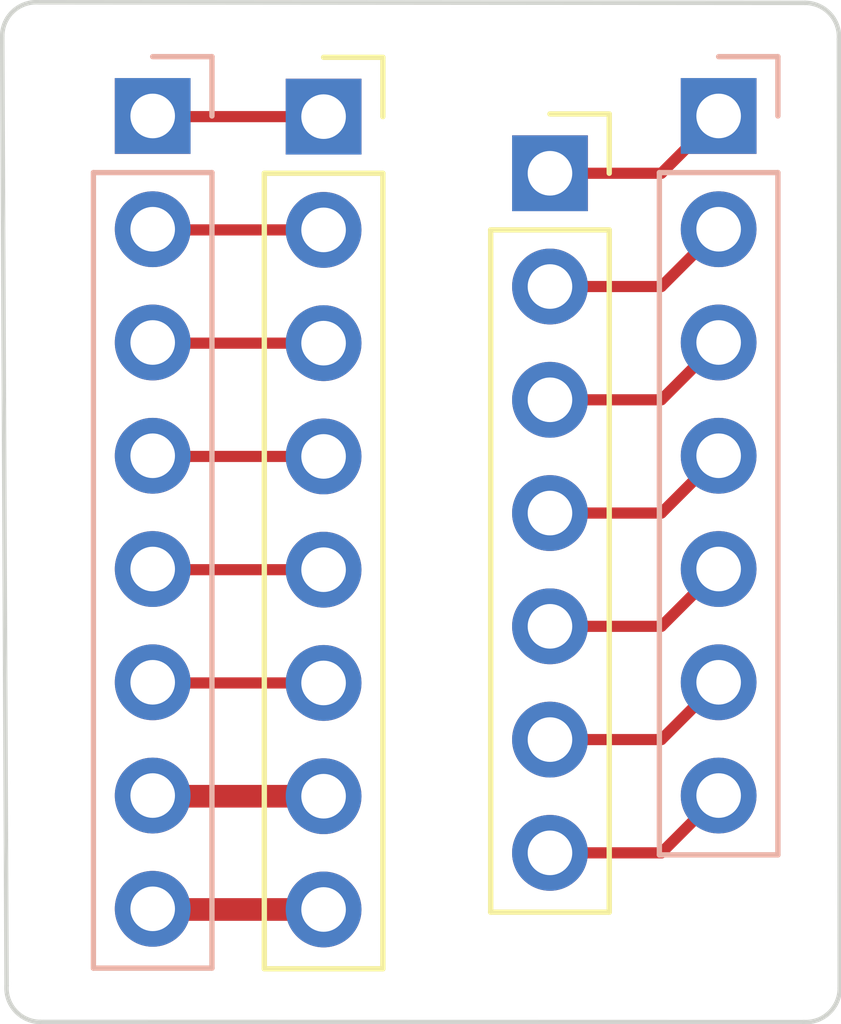
<source format=kicad_pcb>
(kicad_pcb (version 20221018) (generator pcbnew)
  (layers (0 "F.Cu" signal) (31 "B.Cu" signal) (34 "B.Paste" user) (35 "F.Paste" user) (36 "B.SilkS" user "B.Silkscreen") (37 "F.SilkS" user "F.Silkscreen") (38 "B.Mask" user) (39 "F.Mask" user) (44 "Edge.Cuts" user))
  (net 0 "")
  (net 1 "Net-(J1-Pin_1)")
  (net 2 "Net-(J1-Pin_2)")
  (net 3 "Net-(J1-Pin_3)")
  (net 4 "Net-(J1-Pin_4)")
  (net 5 "Net-(J1-Pin_5)")
  (net 6 "Net-(J1-Pin_6)")
  (net 7 "Net-(J1-Pin_7)")
  (net 8 "Net-(J1-Pin_8)")
  (net 9 "Net-(J2-Pin_1)")
  (net 10 "Net-(J2-Pin_2)")
  (net 11 "Net-(J2-Pin_3)")
  (net 12 "Net-(J2-Pin_4)")
  (net 13 "Net-(J2-Pin_5)")
  (net 14 "Net-(J2-Pin_6)")
  (net 15 "Net-(J2-Pin_7)")
  (footprint "Connector_PinSocket_2.54mm:PinSocket_1x08_P2.54mm_Vertical" (layer "F.Cu") (at 134.01 33.67)
    (fp_text reference "J1" hide)
    (fp_text value "Conn_01x08" hide)
    (fp_line (start -1.33 1.27) (end -1.33 19.11) (stroke (width 0.12)) (layer "F.SilkS"))
    (fp_line (start -1.33 1.27) (end 1.33 1.27) (stroke (width 0.12)) (layer "F.SilkS"))
    (fp_line (start -1.33 19.11) (end 1.33 19.11) (stroke (width 0.12)) (layer "F.SilkS"))
    (fp_line (start 0 -1.33) (end 1.33 -1.33) (stroke (width 0.12)) (layer "F.SilkS"))
    (fp_line (start 1.33 -1.33) (end 1.33 0) (stroke (width 0.12)) (layer "F.SilkS"))
    (fp_line (start 1.33 1.27) (end 1.33 19.11) (stroke (width 0.12)) (layer "F.SilkS"))
    (pad "1" thru_hole rect (at 0 0) (size 1.7 1.7) (drill 1) (layers "*.Cu" "*.Mask") (net 1 "Net-(J1-Pin_1)"))
    (pad "2" thru_hole oval (at 0 2.54) (size 1.7 1.7) (drill 1) (layers "*.Cu" "*.Mask") (net 2 "Net-(J1-Pin_2)"))
    (pad "3" thru_hole oval (at 0 5.08) (size 1.7 1.7) (drill 1) (layers "*.Cu" "*.Mask") (net 3 "Net-(J1-Pin_3)"))
    (pad "4" thru_hole oval (at 0 7.62) (size 1.7 1.7) (drill 1) (layers "*.Cu" "*.Mask") (net 4 "Net-(J1-Pin_4)"))
    (pad "5" thru_hole oval (at 0 10.16) (size 1.7 1.7) (drill 1) (layers "*.Cu" "*.Mask") (net 5 "Net-(J1-Pin_5)"))
    (pad "6" thru_hole oval (at 0 12.7) (size 1.7 1.7) (drill 1) (layers "*.Cu" "*.Mask") (net 6 "Net-(J1-Pin_6)"))
    (pad "7" thru_hole oval (at 0 15.24) (size 1.7 1.7) (drill 1) (layers "*.Cu" "*.Mask") (net 7 "Net-(J1-Pin_7)"))
    (pad "8" thru_hole oval (at 0 17.78) (size 1.7 1.7) (drill 1) (layers "*.Cu" "*.Mask") (net 8 "Net-(J1-Pin_8)"))
  )
  (footprint "Connector_PinSocket_2.54mm:PinSocket_1x07_P2.54mm_Vertical" (layer "F.Cu") (at 139.09 34.94)
    (fp_text reference "J4" hide)
    (fp_text value "Conn_01x07" hide)
    (fp_line (start -1.33 1.27) (end -1.33 16.57) (stroke (width 0.12)) (layer "F.SilkS"))
    (fp_line (start -1.33 1.27) (end 1.33 1.27) (stroke (width 0.12)) (layer "F.SilkS"))
    (fp_line (start -1.33 16.57) (end 1.33 16.57) (stroke (width 0.12)) (layer "F.SilkS"))
    (fp_line (start 0 -1.33) (end 1.33 -1.33) (stroke (width 0.12)) (layer "F.SilkS"))
    (fp_line (start 1.33 -1.33) (end 1.33 0) (stroke (width 0.12)) (layer "F.SilkS"))
    (fp_line (start 1.33 1.27) (end 1.33 16.57) (stroke (width 0.12)) (layer "F.SilkS"))
    (pad "1" thru_hole rect (at 0 0) (size 1.7 1.7) (drill 1) (layers "*.Cu" "*.Mask") (net 9 "Net-(J2-Pin_1)"))
    (pad "2" thru_hole oval (at 0 2.54) (size 1.7 1.7) (drill 1) (layers "*.Cu" "*.Mask") (net 10 "Net-(J2-Pin_2)"))
    (pad "3" thru_hole oval (at 0 5.08) (size 1.7 1.7) (drill 1) (layers "*.Cu" "*.Mask") (net 11 "Net-(J2-Pin_3)"))
    (pad "4" thru_hole oval (at 0 7.62) (size 1.7 1.7) (drill 1) (layers "*.Cu" "*.Mask") (net 12 "Net-(J2-Pin_4)"))
    (pad "5" thru_hole oval (at 0 10.16) (size 1.7 1.7) (drill 1) (layers "*.Cu" "*.Mask") (net 13 "Net-(J2-Pin_5)"))
    (pad "6" thru_hole oval (at 0 12.7) (size 1.7 1.7) (drill 1) (layers "*.Cu" "*.Mask") (net 14 "Net-(J2-Pin_6)"))
    (pad "7" thru_hole oval (at 0 15.24) (size 1.7 1.7) (drill 1) (layers "*.Cu" "*.Mask") (net 15 "Net-(J2-Pin_7)"))
  )
  (footprint "Connector_PinHeader_2.54mm:PinHeader_1x07_P2.54mm_Vertical" (layer "B.Cu") (at 142.875 33.655 180)
    (fp_text reference "J2" hide)
    (fp_text value "Conn_01x07_Pin" hide)
    (fp_line (start -1.33 -16.57) (end 1.33 -16.57) (stroke (width 0.12)) (layer "B.SilkS"))
    (fp_line (start -1.33 -1.27) (end -1.33 -16.57) (stroke (width 0.12)) (layer "B.SilkS"))
    (fp_line (start -1.33 -1.27) (end 1.33 -1.27) (stroke (width 0.12)) (layer "B.SilkS"))
    (fp_line (start -1.33 0) (end -1.33 1.33) (stroke (width 0.12)) (layer "B.SilkS"))
    (fp_line (start -1.33 1.33) (end 0 1.33) (stroke (width 0.12)) (layer "B.SilkS"))
    (fp_line (start 1.33 -1.27) (end 1.33 -16.57) (stroke (width 0.12)) (layer "B.SilkS"))
    (pad "1" thru_hole rect (at 0 0 180) (size 1.7 1.7) (drill 1) (layers "*.Cu" "*.Mask") (net 9 "Net-(J2-Pin_1)"))
    (pad "2" thru_hole oval (at 0 -2.54 180) (size 1.7 1.7) (drill 1) (layers "*.Cu" "*.Mask") (net 10 "Net-(J2-Pin_2)"))
    (pad "3" thru_hole oval (at 0 -5.08 180) (size 1.7 1.7) (drill 1) (layers "*.Cu" "*.Mask") (net 11 "Net-(J2-Pin_3)"))
    (pad "4" thru_hole oval (at 0 -7.62 180) (size 1.7 1.7) (drill 1) (layers "*.Cu" "*.Mask") (net 12 "Net-(J2-Pin_4)"))
    (pad "5" thru_hole oval (at 0 -10.16 180) (size 1.7 1.7) (drill 1) (layers "*.Cu" "*.Mask") (net 13 "Net-(J2-Pin_5)"))
    (pad "6" thru_hole oval (at 0 -12.7 180) (size 1.7 1.7) (drill 1) (layers "*.Cu" "*.Mask") (net 14 "Net-(J2-Pin_6)"))
    (pad "7" thru_hole oval (at 0 -15.24 180) (size 1.7 1.7) (drill 1) (layers "*.Cu" "*.Mask") (net 15 "Net-(J2-Pin_7)"))
  )
  (footprint "Connector_PinHeader_2.54mm:PinHeader_1x08_P2.54mm_Vertical" (layer "B.Cu") (at 130.175 33.655 180)
    (fp_text reference "J3" hide)
    (fp_text value "Conn_01x08_Pin" hide)
    (fp_line (start -1.33 -19.11) (end 1.33 -19.11) (stroke (width 0.12)) (layer "B.SilkS"))
    (fp_line (start -1.33 -1.27) (end -1.33 -19.11) (stroke (width 0.12)) (layer "B.SilkS"))
    (fp_line (start -1.33 -1.27) (end 1.33 -1.27) (stroke (width 0.12)) (layer "B.SilkS"))
    (fp_line (start -1.33 0) (end -1.33 1.33) (stroke (width 0.12)) (layer "B.SilkS"))
    (fp_line (start -1.33 1.33) (end 0 1.33) (stroke (width 0.12)) (layer "B.SilkS"))
    (fp_line (start 1.33 -1.27) (end 1.33 -19.11) (stroke (width 0.12)) (layer "B.SilkS"))
    (pad "1" thru_hole rect (at 0 0 180) (size 1.7 1.7) (drill 1) (layers "*.Cu" "*.Mask") (net 1 "Net-(J1-Pin_1)"))
    (pad "2" thru_hole oval (at 0 -2.54 180) (size 1.7 1.7) (drill 1) (layers "*.Cu" "*.Mask") (net 2 "Net-(J1-Pin_2)"))
    (pad "3" thru_hole oval (at 0 -5.08 180) (size 1.7 1.7) (drill 1) (layers "*.Cu" "*.Mask") (net 3 "Net-(J1-Pin_3)"))
    (pad "4" thru_hole oval (at 0 -7.62 180) (size 1.7 1.7) (drill 1) (layers "*.Cu" "*.Mask") (net 4 "Net-(J1-Pin_4)"))
    (pad "5" thru_hole oval (at 0 -10.16 180) (size 1.7 1.7) (drill 1) (layers "*.Cu" "*.Mask") (net 5 "Net-(J1-Pin_5)"))
    (pad "6" thru_hole oval (at 0 -12.7 180) (size 1.7 1.7) (drill 1) (layers "*.Cu" "*.Mask") (net 6 "Net-(J1-Pin_6)"))
    (pad "7" thru_hole oval (at 0 -15.24 180) (size 1.7 1.7) (drill 1) (layers "*.Cu" "*.Mask") (net 7 "Net-(J1-Pin_7)"))
    (pad "8" thru_hole oval (at 0 -17.78 180) (size 1.7 1.7) (drill 1) (layers "*.Cu" "*.Mask") (net 8 "Net-(J1-Pin_8)"))
  )
  (gr_line (start 127.656447 53.971414) (end 144.78 53.975) (stroke (width 0.1)) (layer "Edge.Cuts"))
  (gr_arc (start 145.5928 53.213) (mid 145.351386 53.769447) (end 144.780113 53.973312) (stroke (width 0.1)) (layer "Edge.Cuts"))
  (gr_arc (start 127.656447 53.971414) (mid 127.1 53.73) (end 126.896135 53.158727) (stroke (width 0.1)) (layer "Edge.Cuts"))
  (gr_line (start 127.611273 31.106135) (end 144.813553 31.118586) (stroke (width 0.1)) (layer "Edge.Cuts"))
  (gr_arc (start 126.798586 31.866447) (mid 127.04 31.31) (end 127.611273 31.106135) (stroke (width 0.1)) (layer "Edge.Cuts"))
  (gr_arc (start 144.813553 31.118586) (mid 145.37 31.36) (end 145.573865 31.931273) (stroke (width 0.1)) (layer "Edge.Cuts"))
  (gr_line (start 126.798586 31.866447) (end 126.896135 53.158727) (stroke (width 0.1)) (layer "Edge.Cuts"))
  (gr_line (start 145.573865 31.931273) (end 145.5928 53.213) (stroke (width 0.1)) (layer "Edge.Cuts"))
  (segment (start 134.01 33.67) (end 130.19 33.67) (width 0.25) (layer "F.Cu") (net 1))
  (segment (start 130.19 33.67) (end 130.175 33.655) (width 0.25) (layer "F.Cu") (net 1))
  (segment (start 134.01 36.21) (end 130.19 36.21) (width 0.25) (layer "F.Cu") (net 2))
  (segment (start 130.19 36.21) (end 130.175 36.195) (width 0.25) (layer "F.Cu") (net 2))
  (segment (start 134.01 38.75) (end 130.19 38.75) (width 0.25) (layer "F.Cu") (net 3))
  (segment (start 130.19 38.75) (end 130.175 38.735) (width 0.25) (layer "F.Cu") (net 3))
  (segment (start 134.01 41.29) (end 130.19 41.29) (width 0.25) (layer "F.Cu") (net 4))
  (segment (start 130.19 41.29) (end 130.175 41.275) (width 0.25) (layer "F.Cu") (net 4))
  (segment (start 130.19 43.83) (end 130.175 43.815) (width 0.25) (layer "F.Cu") (net 5))
  (segment (start 134.01 43.83) (end 130.19 43.83) (width 0.25) (layer "F.Cu") (net 5))
  (segment (start 130.19 46.37) (end 130.175 46.355) (width 0.25) (layer "F.Cu") (net 6))
  (segment (start 134.01 46.37) (end 130.19 46.37) (width 0.25) (layer "F.Cu") (net 6))
  (segment (start 134.01 48.91) (end 130.19 48.91) (width 0.508) (layer "F.Cu") (net 7))
  (segment (start 130.19 48.91) (end 130.175 48.895) (width 0.25) (layer "F.Cu") (net 7))
  (segment (start 134.01 51.45) (end 130.19 51.45) (width 0.508) (layer "F.Cu") (net 8))
  (segment (start 130.19 51.45) (end 130.175 51.435) (width 0.25) (layer "F.Cu") (net 8))
  (segment (start 141.59 34.94) (end 142.875 33.655) (width 0.25) (layer "F.Cu") (net 9))
  (segment (start 139.09 34.94) (end 141.59 34.94) (width 0.25) (layer "F.Cu") (net 9))
  (segment (start 141.59 37.48) (end 142.875 36.195) (width 0.25) (layer "F.Cu") (net 10))
  (segment (start 139.09 37.48) (end 141.59 37.48) (width 0.25) (layer "F.Cu") (net 10))
  (segment (start 141.59 40.02) (end 142.875 38.735) (width 0.25) (layer "F.Cu") (net 11))
  (segment (start 139.09 40.02) (end 141.59 40.02) (width 0.25) (layer "F.Cu") (net 11))
  (segment (start 139.09 42.56) (end 141.59 42.56) (width 0.25) (layer "F.Cu") (net 12))
  (segment (start 141.59 42.56) (end 142.875 41.275) (width 0.25) (layer "F.Cu") (net 12))
  (segment (start 141.59 45.1) (end 142.875 43.815) (width 0.25) (layer "F.Cu") (net 13))
  (segment (start 139.09 45.1) (end 141.59 45.1) (width 0.25) (layer "F.Cu") (net 13))
  (segment (start 141.59 47.64) (end 142.875 46.355) (width 0.25) (layer "F.Cu") (net 14))
  (segment (start 139.09 47.64) (end 141.59 47.64) (width 0.25) (layer "F.Cu") (net 14))
  (segment (start 139.09 50.18) (end 141.59 50.18) (width 0.25) (layer "F.Cu") (net 15))
  (segment (start 141.59 50.18) (end 142.875 48.895) (width 0.25) (layer "F.Cu") (net 15))
)
</source>
